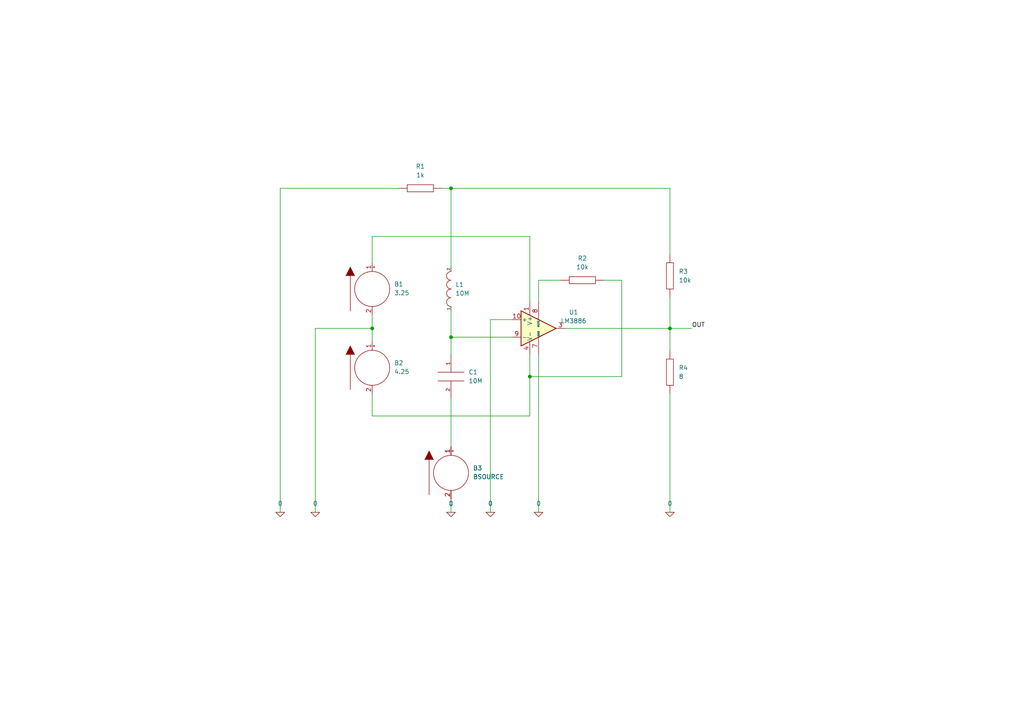
<source format=kicad_sch>
(kicad_sch (version 20231120) (generator "eeschema") (generator_version "8.0")
  (paper "A4")
  (lib_symbols
    (symbol "Amplifier_Audio:LM3886" (pin_names (offset 0.127))
      (property "Reference" "U" (at 5.08 6.35 0))
      (property "Value" "LM3886" (at 5.08 3.81 0))
      (symbol "LM3886_0_1"
        (polyline (pts (xy -5.08 5.08) (xy 5.08 0) (xy -5.08 -5.08) (xy -5.08 5.08)) (stroke (width 0.254)) (fill (type background)))
      )
      (symbol "LM3886_1_1"
        (pin power_in line (at -2.54 7.62 270) (length 3.81) (name "V+") (number "1"))
        (pin input line (at -7.62 2.54 0) (length 2.54) (name "+") (number "10"))
        (pin no_connect line (at 2.54 2.54 270) (length 2.54) hide (name "NC") (number "11"))
        (pin no_connect line (at -2.54 2.54 270) (length 2.54) hide (name "NC") (number "2"))
        (pin output line (at 7.62 0 180) (length 2.54) (name "~") (number "3"))
        (pin power_in line (at -2.54 -7.62 90) (length 3.81) (name "V-") (number "4"))
        (pin passive line (at -2.54 7.62 270) (length 3.81) hide (name "V+") (number "5"))
        (pin no_connect line (at 0 2.54 270) (length 2.54) hide (name "NC") (number "6"))
        (pin power_in line (at 0 -7.62 90) (length 5.08) (name "GND") (number "7"))
        (pin input line (at 0 7.62 270) (length 5.08) (name "MUTE") (number "8"))
        (pin input line (at -7.62 -2.54 0) (length 2.54) (name "-") (number "9"))
      )
    )
    (symbol "pspice:0" (power) (pin_names (offset 0))
      (property "Value" "0" (at 0 -1.778 0))
      (symbol "0_0_1"
        (polyline (pts (xy -1.27 0) (xy 0 -1.27) (xy 1.27 0) (xy -1.27 0)))
      )
      (symbol "0_1_1"
        (pin power_in line (at 0 0 0) (length 0) hide (name "0") (number "1"))
      )
    )
    (symbol "pspice:BSOURCE" (pin_names (offset 1.016) hide)
      (property "Reference" "B" (at -6.35 7.62 0))
      (property "Value" "BSOURCE" (at 0 0 0))
      (symbol "BSOURCE_1_1"
        (polyline (pts (xy -6.35 -6.35) (xy -6.35 3.81)) (fill (type outline)))
        (polyline (pts (xy 0.254 6.35) (xy 0.762 6.35)))
        (polyline (pts (xy 0.508 6.604) (xy 0.508 6.096)))
        (polyline (pts (xy -7.62 3.81) (xy -6.35 6.35) (xy -5.08 3.81)) (fill (type outline)))
        (circle (center 0 0) (radius 5.08))
        (pin input line (at 0 7.62 270) (length 2.54) (name "N+") (number "1"))
        (pin input line (at 0 -7.62 90) (length 2.54) (name "N-") (number "2"))
      )
    )
    (symbol "pspice:CAP" (pin_names (offset 0.254))
      (property "Reference" "C" (at 2.54 3.81 90))
      (property "Value" "CAP" (at 2.54 -3.81 90))
      (symbol "CAP_0_1"
        (polyline (pts (xy -3.81 -1.27) (xy 3.81 -1.27)))
        (polyline (pts (xy -3.81 1.27) (xy 3.81 1.27)))
      )
      (symbol "CAP_1_1"
        (pin passive line (at 0 6.35 270) (length 5.08) (name "~") (number "1"))
        (pin passive line (at 0 -6.35 90) (length 5.08) (name "~") (number "2"))
      )
    )
    (symbol "pspice:INDUCTOR" (pin_numbers hide) (pin_names (offset 0))
      (property "Reference" "L" (at 0 2.54 0))
      (property "Value" "INDUCTOR" (at 0 -1.27 0))
      (symbol "INDUCTOR_0_1"
        (arc (start -2.54 0) (mid -3.81 1.2645) (end -5.08 0))
        (arc (start 0 0) (mid -1.27 1.2645) (end -2.54 0))
        (arc (start 2.54 0) (mid 1.27 1.2645) (end 0 0))
        (arc (start 5.08 0) (mid 3.81 1.2645) (end 2.54 0))
      )
      (symbol "INDUCTOR_1_1"
        (pin input line (at -6.35 0 0) (length 1.27) (name "1") (number "1"))
        (pin input line (at 6.35 0 180) (length 1.27) (name "2") (number "2"))
      )
    )
    (symbol "pspice:R" (pin_numbers hide) (pin_names (offset 0))
      (property "Reference" "R" (at 2.032 0 90))
      (property "Value" "R" (at 0 0 90))
      (symbol "R_0_1"
        (rectangle (start -1.016 3.81) (end 1.016 -3.81))
      )
      (symbol "R_1_1"
        (pin passive line (at 0 6.35 270) (length 2.54) (name "~") (number "1"))
        (pin passive line (at 0 -6.35 90) (length 2.54) (name "~") (number "2"))
      )
    )
  )
  (junction (at 130.81 54.61))
  (junction (at 130.81 97.79))
  (junction (at 107.95 95.25))
  (junction (at 194.31 95.25))
  (junction (at 153.67 109.22))
  (wire (pts (xy 162.56 81.28) (xy 156.21 81.28)))
  (wire (pts (xy 81.28 54.61) (xy 81.28 148.59)))
  (wire (pts (xy 156.21 81.28) (xy 156.21 87.63)))
  (wire (pts (xy 91.44 95.25) (xy 91.44 148.59)))
  (wire (pts (xy 115.57 54.61) (xy 81.28 54.61)))
  (wire (pts (xy 130.81 54.61) (xy 194.31 54.61)))
  (wire (pts (xy 130.81 54.61) (xy 130.81 77.47)))
  (wire (pts (xy 107.95 114.3) (xy 107.95 120.65)))
  (wire (pts (xy 107.95 95.25) (xy 107.95 99.06)))
  (wire (pts (xy 156.21 102.87) (xy 156.21 148.59)))
  (wire (pts (xy 153.67 109.22) (xy 153.67 102.87)))
  (wire (pts (xy 148.59 92.71) (xy 142.24 92.71)))
  (wire (pts (xy 130.81 102.87) (xy 130.81 97.79)))
  (wire (pts (xy 180.34 81.28) (xy 180.34 109.22)))
  (wire (pts (xy 130.81 115.57) (xy 130.81 129.54)))
  (wire (pts (xy 194.31 114.3) (xy 194.31 148.59)))
  (wire (pts (xy 107.95 91.44) (xy 107.95 95.25)))
  (wire (pts (xy 153.67 68.58) (xy 107.95 68.58)))
  (wire (pts (xy 130.81 144.78) (xy 130.81 148.59)))
  (wire (pts (xy 153.67 68.58) (xy 153.67 87.63)))
  (wire (pts (xy 107.95 68.58) (xy 107.95 76.2)))
  (wire (pts (xy 153.67 120.65) (xy 153.67 109.22)))
  (wire (pts (xy 194.31 54.61) (xy 194.31 73.66)))
  (wire (pts (xy 130.81 90.17) (xy 130.81 97.79)))
  (wire (pts (xy 107.95 120.65) (xy 153.67 120.65)))
  (wire (pts (xy 194.31 86.36) (xy 194.31 95.25)))
  (wire (pts (xy 200.66 95.25) (xy 194.31 95.25)))
  (wire (pts (xy 194.31 95.25) (xy 194.31 101.6)))
  (wire (pts (xy 180.34 81.28) (xy 175.26 81.28)))
  (wire (pts (xy 153.67 109.22) (xy 180.34 109.22)))
  (wire (pts (xy 142.24 92.71) (xy 142.24 148.59)))
  (wire (pts (xy 107.95 95.25) (xy 91.44 95.25)))
  (wire (pts (xy 130.81 97.79) (xy 148.59 97.79)))
  (wire (pts (xy 128.27 54.61) (xy 130.81 54.61)))
  (wire (pts (xy 163.83 95.25) (xy 194.31 95.25)))
  (label "OUT" (at 200.66 95.25 0))
  (symbol (lib_id "pspice:0") (at 156.21 148.59 0) (unit 1)
    (property "Reference" "#GND05" (effects (hide yes)))
    (property "Value" "0" (at 156.21 146.05 0))
  )
  (symbol (lib_id "pspice:0") (at 194.31 148.59 0) (unit 1)
    (property "Reference" "#GND06" (effects (hide yes)))
    (property "Value" "0" (at 194.31 146.05 0))
  )
  (symbol (lib_id "pspice:0") (at 91.44 148.59 0) (unit 1)
    (property "Reference" "#GND01" (effects (hide yes)))
    (property "Value" "0" (at 91.44 146.05 0))
  )
  (symbol (lib_id "pspice:0") (at 130.81 148.59 0) (unit 1)
    (property "Reference" "#GND03" (effects (hide yes)))
    (property "Value" "0" (at 130.81 146.05 0))
  )
  (symbol (lib_id "pspice:R") (at 121.92 54.61 90) (unit 1)
    (property "Reference" "R1" (at 121.92 48.26 90))
    (property "Value" "1k" (at 121.92 50.8 90))
    (property "Sim.Device" "SPICE" (effects (hide yes)))
    (property "Sim.Params" "type=\"R\" model=\"1k\" lib=\"\"" (effects (hide yes)))
    (property "Sim.Pins" "1=1 2=2" (effects (hide yes)))
  )
  (symbol (lib_id "pspice:R") (at 194.31 80.01 0) (unit 1)
    (property "Reference" "R3" (at 196.85 78.7399 0) (effects (justify left)))
    (property "Value" "10k" (at 196.85 81.2799 0) (effects (justify left)))
  )
  (symbol (lib_id "pspice:CAP") (at 130.81 109.22 0) (unit 1)
    (property "Reference" "C1" (at 135.89 107.9499 0) (effects (justify left)))
    (property "Value" "10M" (at 135.89 110.4899 0) (effects (justify left)))
  )
  (symbol (lib_id "pspice:INDUCTOR") (at 130.81 83.82 90) (unit 1)
    (property "Reference" "L1" (at 132.08 82.5499 90) (effects (justify right)))
    (property "Value" "10M" (at 132.08 85.0899 90) (effects (justify right)))
  )
  (symbol (lib_id "pspice:R") (at 194.31 107.95 0) (unit 1)
    (property "Reference" "R4" (at 196.85 106.6799 0) (effects (justify left)))
    (property "Value" "8" (at 196.85 109.2199 0) (effects (justify left)))
  )
  (symbol (lib_id "pspice:BSOURCE") (at 107.95 83.82 0) (unit 1)
    (property "Reference" "B1" (at 114.3 82.4229 0) (effects (justify left)))
    (property "Value" "3.25" (at 114.3 84.9629 0) (effects (justify left)))
    (property "Datasheet" "http://ltwiki.org/?title=B_sources_%28complete_reference%29" (effects (hide yes)))
    (property "Sim.Device" "V" (effects (hide yes)))
    (property "Sim.Type" "DC" (effects (hide yes)))
    (property "Sim.Pins" "1=+ 2=-" (effects (hide yes)))
  )
  (symbol (lib_id "pspice:R") (at 168.91 81.28 90) (unit 1)
    (property "Reference" "R2" (at 168.91 74.93 90))
    (property "Value" "10k" (at 168.91 77.47 90))
  )
  (symbol (lib_id "pspice:BSOURCE") (at 107.95 106.68 0) (unit 1)
    (property "Reference" "B2" (at 114.3 105.2829 0) (effects (justify left)))
    (property "Value" "4.25" (at 114.3 107.8229 0) (effects (justify left)))
    (property "Datasheet" "http://ltwiki.org/?title=B_sources_%28complete_reference%29" (effects (hide yes)))
    (property "Sim.Device" "V" (effects (hide yes)))
    (property "Sim.Type" "DC" (effects (hide yes)))
    (property "Sim.Pins" "1=+ 2=-" (effects (hide yes)))
  )
  (symbol (lib_id "pspice:BSOURCE") (at 130.81 137.16 0) (unit 1)
    (property "Reference" "B3" (at 137.16 135.7629 0) (effects (justify left)))
    (property "Value" "BSOURCE" (at 137.16 138.3029 0) (effects (justify left)))
    (property "Datasheet" "http://ltwiki.org/?title=B_sources_%28complete_reference%29" (effects (hide yes)))
    (property "Sim.Device" "SPICE" (effects (hide yes)))
    (property "Sim.Params" "type=\"V\" model=\"dc 0 ac 1 sin(0 1 1k 0)\" lib=\"\"" (effects (hide yes)))
    (property "Sim.Pins" "1=1 2=2" (effects (hide yes)))
  )
  (symbol (lib_id "pspice:0") (at 142.24 148.59 0) (unit 1)
    (property "Reference" "#GND04" (effects (hide yes)))
    (property "Value" "0" (at 142.24 146.05 0))
  )
  (symbol (lib_id "pspice:0") (at 81.28 148.59 0) (unit 1)
    (property "Reference" "#GND02" (effects (hide yes)))
    (property "Value" "0" (at 81.28 146.05 0))
  )
  (symbol (lib_id "Amplifier_Audio:LM3886") (at 156.21 95.25 0) (unit 1)
    (property "Reference" "U1" (at 166.37 90.551 0))
    (property "Value" "LM3886" (at 166.37 93.091 0))
    (property "Footprint" "Package_TO_SOT_THT:TO-220-11_P3.4x5.08mm_StaggerOdd_Lead4.85mm_Vertical" (effects (hide yes)))
    (property "Datasheet" "http://www.ti.com/lit/ds/symlink/lm3886.pdf" (effects (hide yes)))
    (property "Sim.Library" "LM3886.lib" (effects (hide yes)))
    (property "Sim.Name" "lm3886" (effects (hide yes)))
    (property "Sim.Pins" "10=1 9=2 1=3 4=4 3=5 8=6" (effects (hide yes)))
  )
)
</source>
